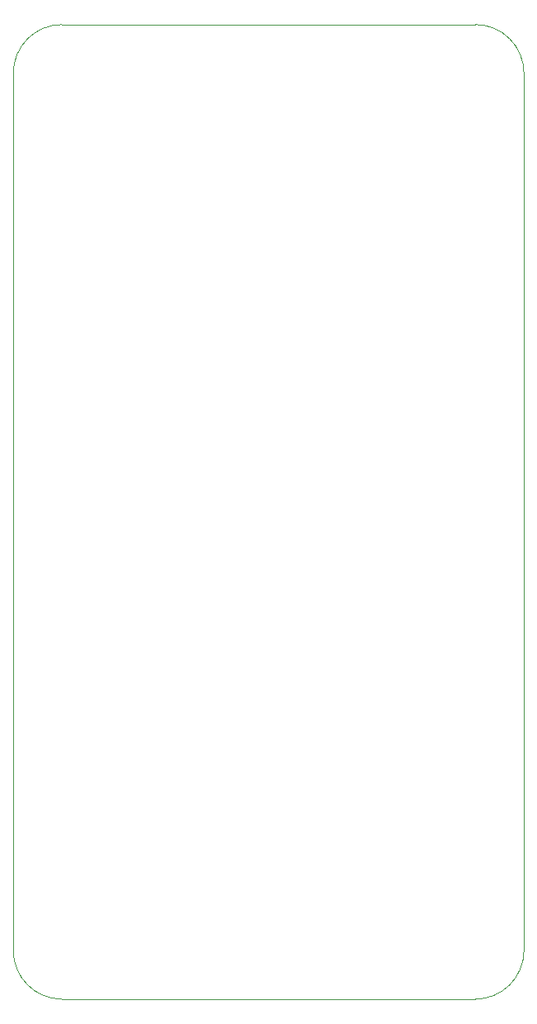
<source format=gbr>
%TF.GenerationSoftware,KiCad,Pcbnew,8.0.2*%
%TF.CreationDate,2024-05-12T23:01:34-04:00*%
%TF.ProjectId,rbmfm,72626d66-6d2e-46b6-9963-61645f706362,rev?*%
%TF.SameCoordinates,Original*%
%TF.FileFunction,Profile,NP*%
%FSLAX46Y46*%
G04 Gerber Fmt 4.6, Leading zero omitted, Abs format (unit mm)*
G04 Created by KiCad (PCBNEW 8.0.2) date 2024-05-12 23:01:34*
%MOMM*%
%LPD*%
G01*
G04 APERTURE LIST*
%TA.AperFunction,Profile*%
%ADD10C,0.100000*%
%TD*%
G04 APERTURE END LIST*
D10*
X157500000Y-62500000D02*
G75*
G02*
X162500000Y-67500000I0J-5000000D01*
G01*
X110000000Y-67500000D02*
G75*
G02*
X115000000Y-62500000I5000000J0D01*
G01*
X115000000Y-162500000D02*
X157500000Y-162500000D01*
X115000000Y-62500000D02*
X157500000Y-62500000D01*
X162500000Y-157500000D02*
G75*
G02*
X157500000Y-162500000I-5000000J0D01*
G01*
X162500000Y-67500000D02*
X162500000Y-157500000D01*
X110000000Y-157500000D02*
X110000000Y-67500000D01*
X115000000Y-162500000D02*
G75*
G02*
X110000000Y-157500000I0J5000000D01*
G01*
M02*

</source>
